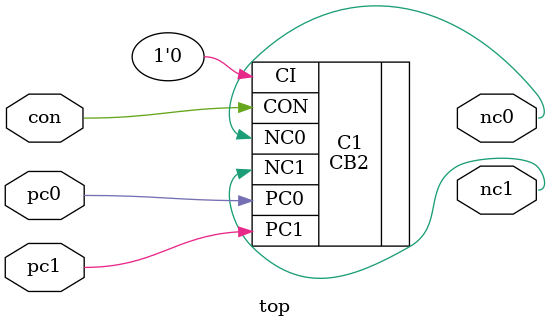
<source format=v>
module top(input pc0, input pc1, input con, output nc0, output nc1);
    CB2 C1 ( .CI (1'b0), .PC0 (pc0), .PC1 (pc1), .CON (con), .NC0 (nc0), .NC1 (nc1) );
endmodule

</source>
